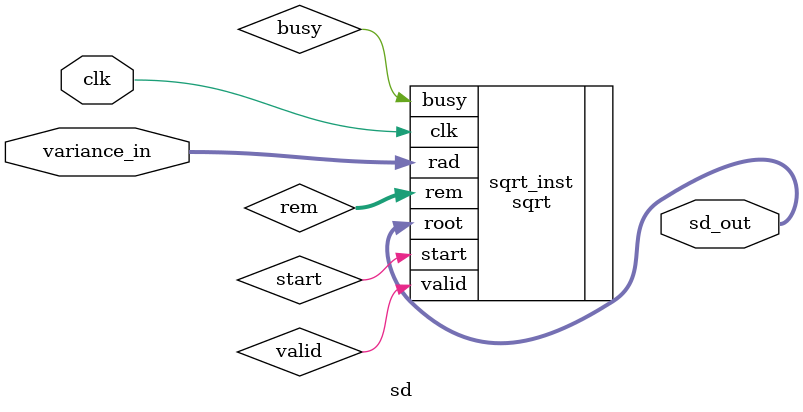
<source format=v>
module sd #(
		parameter WIDTH = 8, // data input width
        parameter FBITS = 0
	) (
        input wire [WIDTH-1:0] variance_in,
        output reg [WIDTH-1:0] sd_out,
        // input wire reset,
        input wire clk
    );

    wire start;
    wire busy;
    wire valid;
    reg [WIDTH-1:0] rem;

    sqrt #(
        .WIDTH(WIDTH),  // width of radicand
        .FBITS(FBITS)   // fractional bits (for fixed point)
    ) sqrt_inst (
        .clk(clk),
        .start(start),             // start signal
        .busy(busy),               // calculation in progress
        .valid(valid),             // root and rem are valid
        .rad(variance_in),         // radicand
        .root(sd_out),             // root
        .rem(rem)                  // remainder
    );

endmodule
</source>
